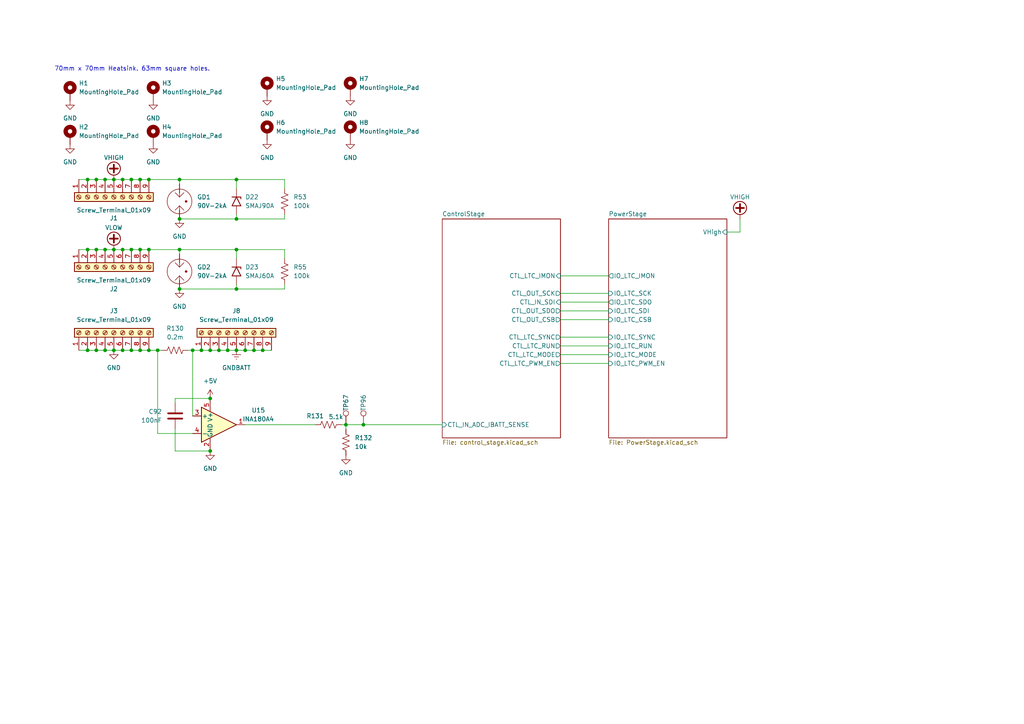
<source format=kicad_sch>
(kicad_sch (version 20231120) (generator "eeschema") (generator_version "8.0")
  (paper "A4")
  (lib_symbols
    (symbol "Amplifier_Current:INA180A4" (pin_names (offset 0.127))
      (property "Reference" "U" (at 3.81 3.81 0))
      (property "Value" "INA180A4" (at 3.81 -2.54 0))
      (symbol "INA180A4_0_1"
        (polyline (pts (xy 5.08 0) (xy -5.08 5.08) (xy -5.08 -5.08) (xy 5.08 0)) (stroke (width 0.254)) (fill (type background)))
      )
      (symbol "INA180A4_1_1"
        (pin output line (at 7.62 0 180) (length 2.54) (name "~") (number "1"))
        (pin power_in line (at -2.54 -7.62 90) (length 3.81) (name "GND") (number "2"))
        (pin input line (at -7.62 2.54 0) (length 2.54) (name "+") (number "3"))
        (pin input line (at -7.62 -2.54 0) (length 2.54) (name "-") (number "4"))
        (pin power_in line (at -2.54 7.62 270) (length 3.81) (name "V+") (number "5"))
      )
    )
    (symbol "Connector:Screw_Terminal_01x09" (pin_names (offset 1.016) hide)
      (property "Reference" "J" (at 0 12.7 0))
      (property "Value" "Screw_Terminal_01x09" (at 0 -12.7 0))
      (symbol "Screw_Terminal_01x09_1_1"
        (rectangle (start -1.27 11.43) (end 1.27 -11.43) (stroke (width 0.254)) (fill (type background)))
        (circle (center 0 -10.16) (radius 0.635) (stroke (width 0.1524)))
        (circle (center 0 -7.62) (radius 0.635) (stroke (width 0.1524)))
        (circle (center 0 -5.08) (radius 0.635) (stroke (width 0.1524)))
        (circle (center 0 -2.54) (radius 0.635) (stroke (width 0.1524)))
        (polyline (pts (xy -0.5334 -9.8298) (xy 0.3302 -10.668)) (stroke (width 0.1524)))
        (polyline (pts (xy -0.5334 -7.2898) (xy 0.3302 -8.128)) (stroke (width 0.1524)))
        (polyline (pts (xy -0.5334 -4.7498) (xy 0.3302 -5.588)) (stroke (width 0.1524)))
        (polyline (pts (xy -0.5334 -2.2098) (xy 0.3302 -3.048)) (stroke (width 0.1524)))
        (polyline (pts (xy -0.5334 0.3302) (xy 0.3302 -0.508)) (stroke (width 0.1524)))
        (polyline (pts (xy -0.5334 2.8702) (xy 0.3302 2.032)) (stroke (width 0.1524)))
        (polyline (pts (xy -0.5334 5.4102) (xy 0.3302 4.572)) (stroke (width 0.1524)))
        (polyline (pts (xy -0.5334 7.9502) (xy 0.3302 7.112)) (stroke (width 0.1524)))
        (polyline (pts (xy -0.5334 10.4902) (xy 0.3302 9.652)) (stroke (width 0.1524)))
        (polyline (pts (xy -0.3556 -9.652) (xy 0.508 -10.4902)) (stroke (width 0.1524)))
        (polyline (pts (xy -0.3556 -7.112) (xy 0.508 -7.9502)) (stroke (width 0.1524)))
        (polyline (pts (xy -0.3556 -4.572) (xy 0.508 -5.4102)) (stroke (width 0.1524)))
        (polyline (pts (xy -0.3556 -2.032) (xy 0.508 -2.8702)) (stroke (width 0.1524)))
        (polyline (pts (xy -0.3556 0.508) (xy 0.508 -0.3302)) (stroke (width 0.1524)))
        (polyline (pts (xy -0.3556 3.048) (xy 0.508 2.2098)) (stroke (width 0.1524)))
        (polyline (pts (xy -0.3556 5.588) (xy 0.508 4.7498)) (stroke (width 0.1524)))
        (polyline (pts (xy -0.3556 8.128) (xy 0.508 7.2898)) (stroke (width 0.1524)))
        (polyline (pts (xy -0.3556 10.668) (xy 0.508 9.8298)) (stroke (width 0.1524)))
        (circle (center 0 0) (radius 0.635) (stroke (width 0.1524)))
        (circle (center 0 2.54) (radius 0.635) (stroke (width 0.1524)))
        (circle (center 0 5.08) (radius 0.635) (stroke (width 0.1524)))
        (circle (center 0 7.62) (radius 0.635) (stroke (width 0.1524)))
        (circle (center 0 10.16) (radius 0.635) (stroke (width 0.1524)))
        (pin passive line (at -5.08 10.16 0) (length 3.81) (name "Pin_1") (number "1"))
        (pin passive line (at -5.08 7.62 0) (length 3.81) (name "Pin_2") (number "2"))
        (pin passive line (at -5.08 5.08 0) (length 3.81) (name "Pin_3") (number "3"))
        (pin passive line (at -5.08 2.54 0) (length 3.81) (name "Pin_4") (number "4"))
        (pin passive line (at -5.08 0 0) (length 3.81) (name "Pin_5") (number "5"))
        (pin passive line (at -5.08 -2.54 0) (length 3.81) (name "Pin_6") (number "6"))
        (pin passive line (at -5.08 -5.08 0) (length 3.81) (name "Pin_7") (number "7"))
        (pin passive line (at -5.08 -7.62 0) (length 3.81) (name "Pin_8") (number "8"))
        (pin passive line (at -5.08 -10.16 0) (length 3.81) (name "Pin_9") (number "9"))
      )
    )
    (symbol "Connector:TestPoint" (pin_numbers hide) (pin_names (offset 0.762) hide)
      (property "Reference" "TP" (at 0 6.858 0))
      (property "Value" "TestPoint" (at 0 5.08 0))
      (symbol "TestPoint_0_1"
        (circle (center 0 3.302) (radius 0.762))
      )
      (symbol "TestPoint_1_1"
        (pin passive line (at 0 0 90) (length 2.54) (name "1") (number "1"))
      )
    )
    (symbol "Device:C" (pin_numbers hide) (pin_names (offset 0.254))
      (property "Reference" "C" (at 0.635 2.54 0))
      (property "Value" "C" (at 0.635 -2.54 0))
      (symbol "C_0_1"
        (polyline (pts (xy -2.032 -0.762) (xy 2.032 -0.762)) (stroke (width 0.508)))
        (polyline (pts (xy -2.032 0.762) (xy 2.032 0.762)) (stroke (width 0.508)))
      )
      (symbol "C_1_1"
        (pin passive line (at 0 3.81 270) (length 2.794) (name "~") (number "1"))
        (pin passive line (at 0 -3.81 90) (length 2.794) (name "~") (number "2"))
      )
    )
    (symbol "Device:GDT_2Pin" (pin_numbers hide)
      (property "Reference" "GD2" (at 5.08 1.2701 0))
      (property "Value" "90V-2kA" (at 5.08 -1.2699 0))
      (symbol "GDT_2Pin_0_1"
        (polyline (pts (xy 0 -2.54) (xy 0 -1.27)))
        (polyline (pts (xy 0 -1.27) (xy -1.27 -2.54)))
        (polyline (pts (xy 0 -1.27) (xy 1.27 -2.54)))
        (polyline (pts (xy 0 1.27) (xy -1.27 2.54)))
        (polyline (pts (xy 0 1.27) (xy 1.27 2.54)))
        (polyline (pts (xy 0 2.54) (xy 0 1.27)))
        (circle (center 0 0) (radius 3.5814))
        (circle (center 1.905 0) (radius 0.127))
        (circle (center 1.905 0) (radius 0.127))
        (circle (center 1.905 0) (radius 0.2794))
        (circle (center 2.032 0) (radius 0.127))
      )
      (symbol "GDT_2Pin_1_1"
        (pin passive line (at 0 -5.08 90) (length 2.54) (name "~") (number "1"))
        (pin passive line (at 0 5.08 270) (length 2.54) (name "~") (number "2"))
      )
    )
    (symbol "Device:R_US" (pin_numbers hide) (pin_names (offset 0))
      (property "Reference" "R" (at 2.54 0 90))
      (property "Value" "R_US" (at -2.54 0 90))
      (symbol "R_US_0_1"
        (polyline (pts (xy 0 -2.286) (xy 0 -2.54)))
        (polyline (pts (xy 0 2.286) (xy 0 2.54)))
        (polyline (pts (xy 0 -0.762) (xy 1.016 -1.143) (xy 0 -1.524) (xy -1.016 -1.905) (xy 0 -2.286)))
        (polyline (pts (xy 0 0.762) (xy 1.016 0.381) (xy 0 0) (xy -1.016 -0.381) (xy 0 -0.762)))
        (polyline (pts (xy 0 2.286) (xy 1.016 1.905) (xy 0 1.524) (xy -1.016 1.143) (xy 0 0.762)))
      )
      (symbol "R_US_1_1"
        (pin passive line (at 0 3.81 270) (length 1.27) (name "~") (number "1"))
        (pin passive line (at 0 -3.81 90) (length 1.27) (name "~") (number "2"))
      )
    )
    (symbol "Diode:SMAJ60A" (pin_numbers hide) (pin_names (offset 1.016) hide)
      (property "Reference" "D" (at 0 2.54 0))
      (property "Value" "SMAJ60A" (at 0 -2.54 0))
      (symbol "SMAJ60A_0_1"
        (polyline (pts (xy -0.762 1.27) (xy -1.27 1.27) (xy -1.27 -1.27)) (stroke (width 0.254)))
        (polyline (pts (xy 1.27 1.27) (xy 1.27 -1.27) (xy -1.27 0) (xy 1.27 1.27)) (stroke (width 0.254)))
      )
      (symbol "SMAJ60A_1_1"
        (pin passive line (at -3.81 0 0) (length 2.54) (name "A1") (number "1"))
        (pin passive line (at 3.81 0 180) (length 2.54) (name "A2") (number "2"))
      )
    )
    (symbol "Diode:SMAJ90A" (pin_numbers hide) (pin_names (offset 1.016) hide)
      (property "Reference" "D" (at 0 2.54 0))
      (property "Value" "SMAJ90A" (at 0 -2.54 0))
      (symbol "SMAJ90A_0_1"
        (polyline (pts (xy -0.762 1.27) (xy -1.27 1.27) (xy -1.27 -1.27)) (stroke (width 0.254)))
        (polyline (pts (xy 1.27 1.27) (xy 1.27 -1.27) (xy -1.27 0) (xy 1.27 1.27)) (stroke (width 0.254)))
      )
      (symbol "SMAJ90A_1_1"
        (pin passive line (at -3.81 0 0) (length 2.54) (name "A1") (number "1"))
        (pin passive line (at 3.81 0 180) (length 2.54) (name "A2") (number "2"))
      )
    )
    (symbol "GDT_2Pin_1" (pin_numbers hide)
      (property "Reference" "GD1" (at 5.08 1.2701 0))
      (property "Value" "90V-2kA" (at 5.08 -1.2699 0))
      (symbol "GDT_2Pin_1_0_1"
        (polyline (pts (xy 0 -2.54) (xy 0 -1.27)))
        (polyline (pts (xy 0 -1.27) (xy -1.27 -2.54)))
        (polyline (pts (xy 0 -1.27) (xy 1.27 -2.54)))
        (polyline (pts (xy 0 1.27) (xy -1.27 2.54)))
        (polyline (pts (xy 0 1.27) (xy 1.27 2.54)))
        (polyline (pts (xy 0 2.54) (xy 0 1.27)))
        (circle (center 0 0) (radius 3.5814))
        (circle (center 1.905 0) (radius 0.127))
        (circle (center 1.905 0) (radius 0.127))
        (circle (center 1.905 0) (radius 0.2794))
        (circle (center 2.032 0) (radius 0.127))
      )
      (symbol "GDT_2Pin_1_1_1"
        (pin passive line (at 0 -5.08 90) (length 2.54) (name "~") (number "1"))
        (pin passive line (at 0 5.08 270) (length 2.54) (name "~") (number "2"))
      )
    )
    (symbol "Mechanical:MountingHole_Pad" (pin_numbers hide) (pin_names (offset 1.016) hide)
      (property "Reference" "H" (at 0 6.35 0))
      (property "Value" "MountingHole_Pad" (at 0 4.445 0))
      (symbol "MountingHole_Pad_0_1"
        (circle (center 0 1.27) (radius 1.27) (stroke (width 1.27)))
      )
      (symbol "MountingHole_Pad_1_1"
        (pin input line (at 0 -2.54 90) (length 2.54) (name "1") (number "1"))
      )
    )
    (symbol "power:+5V" (power) (pin_names (offset 0))
      (property "Value" "+5V" (at 0 3.556 0))
      (symbol "+5V_0_1"
        (polyline (pts (xy -0.762 1.27) (xy 0 2.54)))
        (polyline (pts (xy 0 0) (xy 0 2.54)))
        (polyline (pts (xy 0 2.54) (xy 0.762 1.27)))
      )
      (symbol "+5V_1_1"
        (pin power_in line (at 0 0 90) (length 0) hide (name "+5V") (number "1"))
      )
    )
    (symbol "power:+VDC" (power) (pin_names (offset 0))
      (property "Value" "+VDC" (at 0 6.35 0))
      (symbol "+VDC_0_1"
        (polyline (pts (xy -1.143 3.175) (xy 1.143 3.175)) (stroke (width 0.508)))
        (polyline (pts (xy 0 0) (xy 0 1.27)))
        (polyline (pts (xy 0 2.032) (xy 0 4.318)) (stroke (width 0.508)))
        (circle (center 0 3.175) (radius 1.905) (stroke (width 0.254)))
      )
      (symbol "+VDC_1_1"
        (pin power_in line (at 0 0 90) (length 0) hide (name "+VDC") (number "1"))
      )
    )
    (symbol "power:GND" (power) (pin_names (offset 0))
      (property "Value" "GND" (at 0 -3.81 0))
      (symbol "GND_0_1"
        (polyline (pts (xy 0 0) (xy 0 -1.27) (xy 1.27 -1.27) (xy 0 -2.54) (xy -1.27 -1.27) (xy 0 -1.27)))
      )
      (symbol "GND_1_1"
        (pin power_in line (at 0 0 270) (length 0) hide (name "GND") (number "1"))
      )
    )
    (symbol "power:GNDREF" (power) (pin_names (offset 0))
      (property "Value" "GNDREF" (at 0 -3.81 0))
      (symbol "GNDREF_0_1"
        (polyline (pts (xy -0.635 -1.905) (xy 0.635 -1.905)))
        (polyline (pts (xy -0.127 -2.54) (xy 0.127 -2.54)))
        (polyline (pts (xy 0 -1.27) (xy 0 0)))
        (polyline (pts (xy 1.27 -1.27) (xy -1.27 -1.27)))
      )
      (symbol "GNDREF_1_1"
        (pin power_in line (at 0 0 270) (length 0) hide (name "GNDREF") (number "1"))
      )
    )
  )
  (junction (at 35.56 101.6))
  (junction (at 38.1 101.6))
  (junction (at 76.2 101.6))
  (junction (at 30.48 72.39))
  (junction (at 30.48 101.6))
  (junction (at 100.33 123.19))
  (junction (at 43.18 52.07))
  (junction (at 33.02 72.39))
  (junction (at 68.58 101.6))
  (junction (at 68.58 72.39))
  (junction (at 68.58 63.5))
  (junction (at 38.1 72.39))
  (junction (at 27.94 52.07))
  (junction (at 60.96 130.81))
  (junction (at 43.18 72.39))
  (junction (at 66.04 101.6))
  (junction (at 45.72 101.6))
  (junction (at 63.5 101.6))
  (junction (at 25.4 101.6))
  (junction (at 68.58 83.82))
  (junction (at 60.96 101.6))
  (junction (at 52.07 63.5))
  (junction (at 30.48 52.07))
  (junction (at 40.64 72.39))
  (junction (at 40.64 101.6))
  (junction (at 35.56 52.07))
  (junction (at 105.41 123.19))
  (junction (at 71.12 101.6))
  (junction (at 55.88 101.6))
  (junction (at 73.66 101.6))
  (junction (at 40.64 52.07))
  (junction (at 25.4 52.07))
  (junction (at 25.4 72.39))
  (junction (at 33.02 101.6))
  (junction (at 52.07 83.82))
  (junction (at 60.96 115.57))
  (junction (at 58.42 101.6))
  (junction (at 38.1 52.07))
  (junction (at 27.94 101.6))
  (junction (at 43.18 101.6))
  (junction (at 68.58 52.07))
  (junction (at 27.94 72.39))
  (junction (at 52.07 52.07))
  (junction (at 52.07 72.39))
  (junction (at 33.02 52.07))
  (junction (at 35.56 72.39))
  (wire (pts (xy 33.02 52.07) (xy 35.56 52.07)))
  (wire (pts (xy 71.12 123.19) (xy 91.44 123.19)))
  (wire (pts (xy 33.02 72.39) (xy 35.56 72.39)))
  (wire (pts (xy 27.94 72.39) (xy 30.48 72.39)))
  (wire (pts (xy 27.94 52.07) (xy 30.48 52.07)))
  (wire (pts (xy 38.1 72.39) (xy 40.64 72.39)))
  (wire (pts (xy 25.4 72.39) (xy 27.94 72.39)))
  (wire (pts (xy 22.86 72.39) (xy 25.4 72.39)))
  (wire (pts (xy 45.72 125.73) (xy 45.72 101.6)))
  (wire (pts (xy 162.56 87.63) (xy 176.53 87.63)))
  (wire (pts (xy 162.56 92.71) (xy 176.53 92.71)))
  (wire (pts (xy 162.56 90.17) (xy 176.53 90.17)))
  (wire (pts (xy 55.88 101.6) (xy 58.42 101.6)))
  (wire (pts (xy 162.56 100.33) (xy 176.53 100.33)))
  (wire (pts (xy 68.58 63.5) (xy 68.58 62.23)))
  (wire (pts (xy 68.58 72.39) (xy 82.55 72.39)))
  (wire (pts (xy 68.58 101.6) (xy 71.12 101.6)))
  (wire (pts (xy 52.07 72.39) (xy 43.18 72.39)))
  (wire (pts (xy 82.55 82.55) (xy 82.55 83.82)))
  (wire (pts (xy 50.8 130.81) (xy 60.96 130.81)))
  (wire (pts (xy 66.04 101.6) (xy 68.58 101.6)))
  (wire (pts (xy 52.07 52.07) (xy 68.58 52.07)))
  (wire (pts (xy 58.42 101.6) (xy 60.96 101.6)))
  (wire (pts (xy 35.56 52.07) (xy 38.1 52.07)))
  (wire (pts (xy 71.12 101.6) (xy 73.66 101.6)))
  (wire (pts (xy 25.4 101.6) (xy 27.94 101.6)))
  (wire (pts (xy 210.82 67.31) (xy 214.63 67.31)))
  (wire (pts (xy 76.2 101.6) (xy 78.74 101.6)))
  (wire (pts (xy 52.07 52.07) (xy 43.18 52.07)))
  (wire (pts (xy 68.58 52.07) (xy 68.58 54.61)))
  (wire (pts (xy 27.94 101.6) (xy 30.48 101.6)))
  (wire (pts (xy 68.58 83.82) (xy 52.07 83.82)))
  (wire (pts (xy 162.56 80.01) (xy 176.53 80.01)))
  (wire (pts (xy 100.33 123.19) (xy 105.41 123.19)))
  (wire (pts (xy 52.07 72.39) (xy 52.07 73.66)))
  (wire (pts (xy 68.58 82.55) (xy 68.58 83.82)))
  (wire (pts (xy 73.66 101.6) (xy 76.2 101.6)))
  (wire (pts (xy 50.8 116.84) (xy 50.8 115.57)))
  (wire (pts (xy 30.48 52.07) (xy 33.02 52.07)))
  (wire (pts (xy 38.1 101.6) (xy 40.64 101.6)))
  (wire (pts (xy 25.4 52.07) (xy 27.94 52.07)))
  (wire (pts (xy 82.55 63.5) (xy 68.58 63.5)))
  (wire (pts (xy 22.86 52.07) (xy 25.4 52.07)))
  (wire (pts (xy 162.56 105.41) (xy 176.53 105.41)))
  (wire (pts (xy 38.1 52.07) (xy 40.64 52.07)))
  (wire (pts (xy 82.55 74.93) (xy 82.55 72.39)))
  (wire (pts (xy 45.72 101.6) (xy 46.99 101.6)))
  (wire (pts (xy 214.63 67.31) (xy 214.63 63.5)))
  (wire (pts (xy 40.64 101.6) (xy 43.18 101.6)))
  (wire (pts (xy 40.64 72.39) (xy 43.18 72.39)))
  (wire (pts (xy 82.55 54.61) (xy 82.55 52.07)))
  (wire (pts (xy 55.88 101.6) (xy 55.88 120.65)))
  (wire (pts (xy 43.18 101.6) (xy 45.72 101.6)))
  (wire (pts (xy 54.61 101.6) (xy 55.88 101.6)))
  (wire (pts (xy 162.56 102.87) (xy 176.53 102.87)))
  (wire (pts (xy 68.58 74.93) (xy 68.58 72.39)))
  (wire (pts (xy 68.58 83.82) (xy 82.55 83.82)))
  (wire (pts (xy 63.5 101.6) (xy 66.04 101.6)))
  (wire (pts (xy 100.33 123.19) (xy 100.33 124.46)))
  (wire (pts (xy 55.88 125.73) (xy 45.72 125.73)))
  (wire (pts (xy 60.96 101.6) (xy 63.5 101.6)))
  (wire (pts (xy 30.48 101.6) (xy 33.02 101.6)))
  (wire (pts (xy 33.02 101.6) (xy 35.56 101.6)))
  (wire (pts (xy 52.07 53.34) (xy 52.07 52.07)))
  (wire (pts (xy 68.58 52.07) (xy 82.55 52.07)))
  (wire (pts (xy 82.55 62.23) (xy 82.55 63.5)))
  (wire (pts (xy 105.41 123.19) (xy 128.27 123.19)))
  (wire (pts (xy 50.8 115.57) (xy 60.96 115.57)))
  (wire (pts (xy 68.58 72.39) (xy 52.07 72.39)))
  (wire (pts (xy 50.8 124.46) (xy 50.8 130.81)))
  (wire (pts (xy 40.64 52.07) (xy 43.18 52.07)))
  (wire (pts (xy 162.56 85.09) (xy 176.53 85.09)))
  (wire (pts (xy 162.56 97.79) (xy 176.53 97.79)))
  (wire (pts (xy 35.56 72.39) (xy 38.1 72.39)))
  (wire (pts (xy 30.48 72.39) (xy 33.02 72.39)))
  (wire (pts (xy 52.07 63.5) (xy 68.58 63.5)))
  (wire (pts (xy 99.06 123.19) (xy 100.33 123.19)))
  (wire (pts (xy 22.86 101.6) (xy 25.4 101.6)))
  (wire (pts (xy 35.56 101.6) (xy 38.1 101.6)))
  (text "70mm x 70mm Heatsink. 63mm square holes." (at 38.354 20.066 0) (effects (font (size 1.27 1.27))))
  (symbol (lib_id "power:GND") (at 60.96 130.81 0) (unit 1)
    (property "Reference" "#PWR0223" (effects (hide yes)))
    (property "Value" "GND" (at 60.96 135.89 0))
    (property "Description" "Power symbol creates a global label with name \"GND\" , ground" (effects (hide yes)))
  )
  (symbol (lib_id "power:GND") (at 20.32 41.91 0) (unit 1)
    (property "Reference" "#PWR02" (effects (hide yes)))
    (property "Value" "GND" (at 20.32 46.99 0))
    (property "Description" "Power symbol creates a global label with name \"GND\" , ground" (effects (hide yes)))
  )
  (symbol (lib_id "power:+VDC") (at 33.02 72.39 0) (unit 1)
    (property "Reference" "#PWR04" (effects (hide yes)))
    (property "Value" "VLOW" (at 33.02 66.04 0))
    (property "Description" "Power symbol creates a global label with name \"+VDC\"" (effects (hide yes)))
  )
  (symbol (lib_id "Amplifier_Current:INA180A4") (at 63.5 123.19 0) (unit 1)
    (property "Reference" "U15" (at 74.93 118.999 0))
    (property "Value" "INA180A4" (at 74.93 121.539 0))
    (property "Footprint" "Package_TO_SOT_SMD:SOT-23-5" (effects (hide yes)))
    (property "Datasheet" "http://www.ti.com/lit/ds/symlink/ina180.pdf" (effects (hide yes)))
    (property "Description" "Current Sense Amplifier, 1 Circuit, Rail-to-Rail, 26V, Gain 200 V/V, SOT-23-5" (effects (hide yes)))
    (property "LCSC" "C188337" (effects (hide yes)))
  )
  (symbol (lib_id "Device:C") (at 50.8 120.65 0) (mirror y) (unit 1)
    (property "Reference" "C92" (at 46.99 119.3799 0) (effects (justify left)))
    (property "Value" "100nF" (at 46.99 121.9199 0) (effects (justify left)))
    (property "Footprint" "Capacitor_SMD:C_0603_1608Metric" (effects (hide yes)))
    (property "Description" "Unpolarized capacitor" (effects (hide yes)))
    (property "LCSC" "C14663" (effects (hide yes)))
    (property "Digikey" "N/A" (effects (hide yes)))
  )
  (symbol (lib_id "Device:R_US") (at 95.25 123.19 270) (unit 1)
    (property "Reference" "R131" (at 93.9799 120.65 90) (effects (justify right)))
    (property "Value" "5.1k" (at 99.568 120.904 90) (effects (justify right)))
    (property "Footprint" "Resistor_SMD:R_0603_1608Metric" (effects (hide yes)))
    (property "Description" "Resistor, US symbol" (effects (hide yes)))
    (property "LCSC" "C23186" (effects (hide yes)))
    (property "Digikey" "N/A" (effects (hide yes)))
  )
  (symbol (lib_id "power:GND") (at 101.6 27.94 0) (unit 1)
    (property "Reference" "#PWR075" (effects (hide yes)))
    (property "Value" "GND" (at 101.6 33.02 0))
    (property "Description" "Power symbol creates a global label with name \"GND\" , ground" (effects (hide yes)))
  )
  (symbol (lib_id "power:+VDC") (at 33.02 52.07 0) (unit 1)
    (property "Reference" "#PWR03" (effects (hide yes)))
    (property "Value" "VHIGH" (at 33.02 45.72 0))
    (property "Description" "Power symbol creates a global label with name \"+VDC\"" (effects (hide yes)))
  )
  (symbol (lib_name "GDT_2Pin_1") (lib_id "Device:GDT_2Pin") (at 52.07 58.42 0) (unit 1)
    (property "Reference" "GD1" (at 57.15 57.1499 0) (effects (justify left)))
    (property "Value" "90V-2kA" (at 57.15 59.6899 0) (effects (justify left)))
    (property "Footprint" "Fuse:Fuse_1812_4532Metric_Pad1.30x3.40mm_HandSolder" (effects (hide yes)))
    (property "Datasheet" "https://www.lcsc.com/datasheet/lcsc_datasheet_1809111912_Brightking-4532-091-LF_C78323.pdf" (effects (hide yes)))
    (property "Description" "Gas Discharge Tube with 2 Pins" (effects (hide yes)))
    (property "LCSC" "C78323" (effects (hide yes)))
  )
  (symbol (lib_id "Mechanical:MountingHole_Pad") (at 101.6 25.4 0) (unit 1) (in_bom no)
    (property "Reference" "H7" (at 104.14 22.8599 0) (effects (justify left)))
    (property "Value" "MountingHole_Pad" (at 104.14 25.3999 0) (effects (justify left)))
    (property "Footprint" "MountingHole:MountingHole_3.2mm_M3_Pad_Via" (effects (hide yes)))
    (property "Description" "Mounting Hole with connection" (effects (hide yes)))
    (property "Digikey" "N/A" (effects (hide yes)))
    (property "LCSC" "N/A" (effects (hide yes)))
  )
  (symbol (lib_id "Mechanical:MountingHole_Pad") (at 44.45 26.67 0) (unit 1) (in_bom no)
    (property "Reference" "H3" (at 46.99 24.1299 0) (effects (justify left)))
    (property "Value" "MountingHole_Pad" (at 46.99 26.6699 0) (effects (justify left)))
    (property "Footprint" "MountingHole:MountingHole_3.2mm_M3_Pad_Via" (effects (hide yes)))
    (property "Description" "Mounting Hole with connection" (effects (hide yes)))
    (property "Digikey" "N/A" (effects (hide yes)))
    (property "LCSC" "N/A" (effects (hide yes)))
  )
  (symbol (lib_id "Device:R_US") (at 82.55 58.42 0) (unit 1)
    (property "Reference" "R53" (at 85.09 57.1499 0) (effects (justify left)))
    (property "Value" "100k" (at 85.09 59.6899 0) (effects (justify left)))
    (property "Footprint" "Resistor_SMD:R_1206_3216Metric" (effects (hide yes)))
    (property "Description" "Resistor, US symbol" (effects (hide yes)))
    (property "LCSC" "C17900" (effects (hide yes)))
  )
  (symbol (lib_id "power:GNDREF") (at 68.58 101.6 0) (unit 1)
    (property "Reference" "#PWR0222" (effects (hide yes)))
    (property "Value" "GNDBATT" (at 68.58 106.68 0))
    (property "Description" "Power symbol creates a global label with name \"GNDREF\" , reference supply ground" (effects (hide yes)))
  )
  (symbol (lib_id "power:GND") (at 44.45 29.21 0) (unit 1)
    (property "Reference" "#PWR06" (effects (hide yes)))
    (property "Value" "GND" (at 44.45 34.29 0))
    (property "Description" "Power symbol creates a global label with name \"GND\" , ground" (effects (hide yes)))
  )
  (symbol (lib_id "Mechanical:MountingHole_Pad") (at 20.32 39.37 0) (unit 1) (in_bom no)
    (property "Reference" "H2" (at 22.86 36.8299 0) (effects (justify left)))
    (property "Value" "MountingHole_Pad" (at 22.86 39.3699 0) (effects (justify left)))
    (property "Footprint" "MountingHole:MountingHole_3.2mm_M3_Pad_Via" (effects (hide yes)))
    (property "Description" "Mounting Hole with connection" (effects (hide yes)))
    (property "Digikey" "N/A" (effects (hide yes)))
    (property "LCSC" "N/A" (effects (hide yes)))
  )
  (symbol (lib_id "power:GND") (at 77.47 40.64 0) (unit 1)
    (property "Reference" "#PWR059" (effects (hide yes)))
    (property "Value" "GND" (at 77.47 45.72 0))
    (property "Description" "Power symbol creates a global label with name \"GND\" , ground" (effects (hide yes)))
  )
  (symbol (lib_id "power:GND") (at 33.02 101.6 0) (unit 1)
    (property "Reference" "#PWR05" (effects (hide yes)))
    (property "Value" "GND" (at 33.02 106.68 0))
    (property "Description" "Power symbol creates a global label with name \"GND\" , ground" (effects (hide yes)))
  )
  (symbol (lib_id "Diode:SMAJ60A") (at 68.58 78.74 270) (unit 1)
    (property "Reference" "D23" (at 71.12 77.4699 90) (effects (justify left)))
    (property "Value" "SMAJ60A" (at 71.12 80.0099 90) (effects (justify left)))
    (property "Footprint" "Diode_SMD:D_SMA" (effects (hide yes)))
    (property "Datasheet" "https://www.littelfuse.com/media?resourcetype=datasheets&itemid=75e32973-b177-4ee3-a0ff-cedaf1abdb93&filename=smaj-datasheet" (effects (hide yes)))
    (property "Description" "400W unidirectional Transient Voltage Suppressor, 60.0Vr, SMA(DO-214AC)" (effects (hide yes)))
    (property "LCSC" "C707480" (effects (hide yes)))
  )
  (symbol (lib_id "Mechanical:MountingHole_Pad") (at 101.6 38.1 0) (unit 1) (in_bom no)
    (property "Reference" "H8" (at 104.14 35.5599 0) (effects (justify left)))
    (property "Value" "MountingHole_Pad" (at 104.14 38.0999 0) (effects (justify left)))
    (property "Footprint" "MountingHole:MountingHole_3.2mm_M3_Pad_Via" (effects (hide yes)))
    (property "Description" "Mounting Hole with connection" (effects (hide yes)))
    (property "Digikey" "N/A" (effects (hide yes)))
    (property "LCSC" "N/A" (effects (hide yes)))
  )
  (symbol (lib_id "Connector:Screw_Terminal_01x09") (at 33.02 77.47 90) (mirror x) (unit 1)
    (property "Reference" "J2" (at 33.02 83.82 90))
    (property "Value" "Screw_Terminal_01x09" (at 33.02 81.28 90))
    (property "Footprint" "Connectors:CONN_74651195R_WRE" (effects (hide yes)))
    (property "Description" "Generic screw terminal, single row, 01x09, script generated (kicad-library-utils/schlib/autogen/connector/)" (effects (hide yes)))
    (property "Digikey" "732-74651195RCT-ND" (effects (hide yes)))
    (property "LCSC" "N/A" (effects (hide yes)))
  )
  (symbol (lib_id "power:GND") (at 52.07 63.5 0) (unit 1)
    (property "Reference" "#PWR0220" (effects (hide yes)))
    (property "Value" "GND" (at 52.07 68.58 0))
    (property "Description" "Power symbol creates a global label with name \"GND\" , ground" (effects (hide yes)))
  )
  (symbol (lib_id "power:GND") (at 101.6 40.64 0) (unit 1)
    (property "Reference" "#PWR078" (effects (hide yes)))
    (property "Value" "GND" (at 101.6 45.72 0))
    (property "Description" "Power symbol creates a global label with name \"GND\" , ground" (effects (hide yes)))
  )
  (symbol (lib_id "power:+VDC") (at 214.63 63.5 0) (unit 1)
    (property "Reference" "#PWR092" (effects (hide yes)))
    (property "Value" "VHIGH" (at 214.63 57.15 0))
    (property "Description" "Power symbol creates a global label with name \"+VDC\"" (effects (hide yes)))
  )
  (symbol (lib_id "Connector:TestPoint") (at 100.33 123.19 0) (unit 1)
    (property "Reference" "TP67" (at 100.33 116.84 90))
    (property "Value" "TestPoint" (effects (hide yes)))
    (property "Footprint" "TestPoint:TestPoint_Pad_D1.0mm" (effects (hide yes)))
    (property "Description" "test point" (effects (hide yes)))
    (property "LCSC" "N/A" (effects (hide yes)))
  )
  (symbol (lib_id "Mechanical:MountingHole_Pad") (at 44.45 39.37 0) (unit 1) (in_bom no)
    (property "Reference" "H4" (at 46.99 36.8299 0) (effects (justify left)))
    (property "Value" "MountingHole_Pad" (at 46.99 39.3699 0) (effects (justify left)))
    (property "Footprint" "MountingHole:MountingHole_3.2mm_M3_Pad_Via" (effects (hide yes)))
    (property "Description" "Mounting Hole with connection" (effects (hide yes)))
    (property "Digikey" "N/A" (effects (hide yes)))
    (property "LCSC" "N/A" (effects (hide yes)))
  )
  (symbol (lib_id "Device:R_US") (at 100.33 128.27 180) (unit 1)
    (property "Reference" "R132" (at 102.87 126.9999 0) (effects (justify right)))
    (property "Value" "10k" (at 102.87 129.5399 0) (effects (justify right)))
    (property "Footprint" "Resistor_SMD:R_0603_1608Metric" (effects (hide yes)))
    (property "Description" "Resistor, US symbol" (effects (hide yes)))
    (property "LCSC" "C25804" (effects (hide yes)))
    (property "Digikey" "N/A" (effects (hide yes)))
  )
  (symbol (lib_id "power:GND") (at 77.47 27.94 0) (unit 1)
    (property "Reference" "#PWR055" (effects (hide yes)))
    (property "Value" "GND" (at 77.47 33.02 0))
    (property "Description" "Power symbol creates a global label with name \"GND\" , ground" (effects (hide yes)))
  )
  (symbol (lib_id "Mechanical:MountingHole_Pad") (at 20.32 26.67 0) (unit 1) (in_bom no)
    (property "Reference" "H1" (at 22.86 24.1299 0) (effects (justify left)))
    (property "Value" "MountingHole_Pad" (at 22.86 26.6699 0) (effects (justify left)))
    (property "Footprint" "MountingHole:MountingHole_3.2mm_M3_Pad_Via" (effects (hide yes)))
    (property "Description" "Mounting Hole with connection" (effects (hide yes)))
    (property "Digikey" "N/A" (effects (hide yes)))
    (property "LCSC" "N/A" (effects (hide yes)))
  )
  (symbol (lib_id "Device:R_US") (at 50.8 101.6 90) (unit 1)
    (property "Reference" "R130" (at 50.8 95.25 90))
    (property "Value" "0.2m" (at 50.8 97.79 90))
    (property "Footprint" "Resistors:Shunt_5930" (effects (hide yes)))
    (property "Datasheet" "https://www.lcsc.com/datasheet/lcsc_datasheet_2405291152_RESI-PEWM5930FL200K9_C22446543.pdf" (effects (hide yes)))
    (property "Description" "Resistor, US symbol" (effects (hide yes)))
    (property "LCSC" "C22446543" (effects (hide yes)))
  )
  (symbol (lib_id "Device:GDT_2Pin") (at 52.07 78.74 0) (unit 1)
    (property "Reference" "GD2" (at 57.15 77.4699 0) (effects (justify left)))
    (property "Value" "90V-2kA" (at 57.15 80.0099 0) (effects (justify left)))
    (property "Footprint" "Fuse:Fuse_1812_4532Metric_Pad1.30x3.40mm_HandSolder" (effects (hide yes)))
    (property "Datasheet" "https://www.lcsc.com/datasheet/lcsc_datasheet_1809111912_Brightking-4532-091-LF_C78323.pdf" (effects (hide yes)))
    (property "Description" "Gas Discharge Tube with 2 Pins" (effects (hide yes)))
    (property "LCSC" "C78323" (effects (hide yes)))
  )
  (symbol (lib_id "Mechanical:MountingHole_Pad") (at 77.47 38.1 0) (unit 1) (in_bom no)
    (property "Reference" "H6" (at 80.01 35.5599 0) (effects (justify left)))
    (property "Value" "MountingHole_Pad" (at 80.01 38.0999 0) (effects (justify left)))
    (property "Footprint" "MountingHole:MountingHole_3.2mm_M3_Pad_Via" (effects (hide yes)))
    (property "Description" "Mounting Hole with connection" (effects (hide yes)))
    (property "Digikey" "N/A" (effects (hide yes)))
    (property "LCSC" "N/A" (effects (hide yes)))
  )
  (symbol (lib_id "Connector:Screw_Terminal_01x09") (at 33.02 57.15 90) (mirror x) (unit 1)
    (property "Reference" "J1" (at 33.02 63.246 90))
    (property "Value" "Screw_Terminal_01x09" (at 33.02 60.96 90))
    (property "Footprint" "Connectors:CONN_74651195R_WRE" (effects (hide yes)))
    (property "Description" "Generic screw terminal, single row, 01x09, script generated (kicad-library-utils/schlib/autogen/connector/)" (effects (hide yes)))
    (property "Digikey" "732-74651195RCT-ND" (effects (hide yes)))
    (property "LCSC" "N/A" (effects (hide yes)))
  )
  (symbol (lib_id "Device:R_US") (at 82.55 78.74 0) (unit 1)
    (property "Reference" "R55" (at 85.09 77.4699 0) (effects (justify left)))
    (property "Value" "100k" (at 85.09 80.0099 0) (effects (justify left)))
    (property "Footprint" "Resistor_SMD:R_1206_3216Metric" (effects (hide yes)))
    (property "Description" "Resistor, US symbol" (effects (hide yes)))
    (property "LCSC" "C17900" (effects (hide yes)))
  )
  (symbol (lib_id "Diode:SMAJ90A") (at 68.58 58.42 270) (unit 1)
    (property "Reference" "D22" (at 71.12 57.1499 90) (effects (justify left)))
    (property "Value" "SMAJ90A" (at 71.12 59.6899 90) (effects (justify left)))
    (property "Footprint" "Diode_SMD:D_SMA" (effects (hide yes)))
    (property "Datasheet" "https://www.littelfuse.com/media?resourcetype=datasheets&itemid=75e32973-b177-4ee3-a0ff-cedaf1abdb93&filename=smaj-datasheet" (effects (hide yes)))
    (property "Description" "400W unidirectional Transient Voltage Suppressor, 90.0Vr, SMA(DO-214AC)" (effects (hide yes)))
    (property "LCSC" "C2989723" (effects (hide yes)))
  )
  (symbol (lib_id "power:GND") (at 44.45 41.91 0) (unit 1)
    (property "Reference" "#PWR07" (effects (hide yes)))
    (property "Value" "GND" (at 44.45 46.99 0))
    (property "Description" "Power symbol creates a global label with name \"GND\" , ground" (effects (hide yes)))
  )
  (symbol (lib_id "Connector:TestPoint") (at 105.41 123.19 0) (unit 1)
    (property "Reference" "TP96" (at 105.41 116.84 90))
    (property "Value" "TestPoint" (effects (hide yes)))
    (property "Footprint" "TestPoint:TestPoint_Pad_D1.0mm" (effects (hide yes)))
    (property "Description" "test point" (effects (hide yes)))
    (property "LCSC" "N/A" (effects (hide yes)))
  )
  (symbol (lib_id "power:GND") (at 100.33 132.08 0) (unit 1)
    (property "Reference" "#PWR0225" (effects (hide yes)))
    (property "Value" "GND" (at 100.33 137.16 0))
    (property "Description" "Power symbol creates a global label with name \"GND\" , ground" (effects (hide yes)))
  )
  (symbol (lib_id "Connector:Screw_Terminal_01x09") (at 68.58 96.52 90) (unit 1)
    (property "Reference" "J8" (at 68.58 90.17 90))
    (property "Value" "Screw_Terminal_01x09" (at 68.58 92.71 90))
    (property "Footprint" "Connectors:CONN_74651195R_WRE" (effects (hide yes)))
    (property "Description" "Generic screw terminal, single row, 01x09, script generated (kicad-library-utils/schlib/autogen/connector/)" (effects (hide yes)))
    (property "Digikey" "732-74651195RCT-ND" (effects (hide yes)))
    (property "LCSC" "N/A" (effects (hide yes)))
  )
  (symbol (lib_id "power:+5V") (at 60.96 115.57 0) (unit 1)
    (property "Reference" "#PWR0224" (effects (hide yes)))
    (property "Value" "+5V" (at 60.96 110.49 0))
    (property "Description" "Power symbol creates a global label with name \"+5V\"" (effects (hide yes)))
  )
  (symbol (lib_id "power:GND") (at 52.07 83.82 0) (unit 1)
    (property "Reference" "#PWR0221" (effects (hide yes)))
    (property "Value" "GND" (at 52.07 88.9 0))
    (property "Description" "Power symbol creates a global label with name \"GND\" , ground" (effects (hide yes)))
  )
  (symbol (lib_id "Mechanical:MountingHole_Pad") (at 77.47 25.4 0) (unit 1) (in_bom no)
    (property "Reference" "H5" (at 80.01 22.8599 0) (effects (justify left)))
    (property "Value" "MountingHole_Pad" (at 80.01 25.3999 0) (effects (justify left)))
    (property "Footprint" "MountingHole:MountingHole_3.2mm_M3_Pad_Via" (effects (hide yes)))
    (property "Description" "Mounting Hole with connection" (effects (hide yes)))
    (property "Digikey" "N/A" (effects (hide yes)))
    (property "LCSC" "N/A" (effects (hide yes)))
  )
  (symbol (lib_id "power:GND") (at 20.32 29.21 0) (unit 1)
    (property "Reference" "#PWR01" (effects (hide yes)))
    (property "Value" "GND" (at 20.32 34.29 0))
    (property "Description" "Power symbol creates a global label with name \"GND\" , ground" (effects (hide yes)))
  )
  (symbol (lib_id "Connector:Screw_Terminal_01x09") (at 33.02 96.52 90) (unit 1)
    (property "Reference" "J3" (at 33.02 90.17 90))
    (property "Value" "Screw_Terminal_01x09" (at 33.02 92.71 90))
    (property "Footprint" "Connectors:CONN_74651195R_WRE" (effects (hide yes)))
    (property "Description" "Generic screw terminal, single row, 01x09, script generated (kicad-library-utils/schlib/autogen/connector/)" (effects (hide yes)))
    (property "Digikey" "732-74651195RCT-ND" (effects (hide yes)))
    (property "LCSC" "N/A" (effects (hide yes)))
  )
  (sheet (at 176.53 63.5) (size 34.29 63.5) (stroke (width 0.1524))
    (property "Sheetname" "PowerStage" (at 176.53 62.7884 0) (effects (justify left bottom)))
    (property "Sheetfile" "PowerStage.kicad_sch" (at 176.53 127.5846 0) (effects (justify left top)))
    (pin "VHigh" input (at 210.82 67.31 0))
    (pin "IO_LTC_IMON" output (at 176.53 80.01 180))
    (pin "IO_LTC_SCK" input (at 176.53 85.09 180))
    (pin "IO_LTC_SDO" output (at 176.53 87.63 180))
    (pin "IO_LTC_CSB" input (at 176.53 92.71 180))
    (pin "IO_LTC_SDI" input (at 176.53 90.17 180))
    (pin "IO_LTC_SYNC" input (at 176.53 97.79 180))
    (pin "IO_LTC_RUN" input (at 176.53 100.33 180))
    (pin "IO_LTC_MODE" input (at 176.53 102.87 180))
    (pin "IO_LTC_PWM_EN" input (at 176.53 105.41 180))
  )
  (sheet (at 128.27 63.5) (size 34.29 63.5) (stroke (width 0.1524))
    (property "Sheetname" "ControlStage" (at 128.27 62.7884 0) (effects (justify left bottom)))
    (property "Sheetfile" "control_stage.kicad_sch" (at 128.27 127.5846 0) (effects (justify left top)))
    (pin "CTL_LTC_MODE" output (at 162.56 102.87 0))
    (pin "CTL_OUT_CSB" output (at 162.56 92.71 0))
    (pin "CTL_OUT_SDO" output (at 162.56 90.17 0))
    (pin "CTL_OUT_SCK" output (at 162.56 85.09 0))
    (pin "CTL_IN_SDI" input (at 162.56 87.63 0))
    (pin "CTL_LTC_IMON" input (at 162.56 80.01 0))
    (pin "CTL_LTC_SYNC" output (at 162.56 97.79 0))
    (pin "CTL_LTC_PWM_EN" output (at 162.56 105.41 0))
    (pin "CTL_IN_ADC_IBATT_SENSE" input (at 128.27 123.19 180))
    (pin "CTL_LTC_RUN" output (at 162.56 100.33 0))
  )
)
</source>
